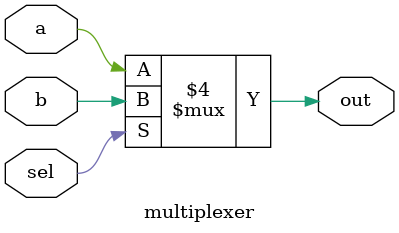
<source format=sv>
module top_module (
	input a,
	input b,
	input sel,
	output out
);

	// declare internal wire
	wire mux_out;

	// instantiate the multiplexer
	multiplexer mux (
		.a(a),
		.b(b),
		.sel(sel),
		.out(mux_out)
	);

	// assign the output of the multiplexer to the module output
	assign out = mux_out;

endmodule
module multiplexer (
	input a,
	input b,
	input sel,
	output out
);

	// logic for the multiplexer
	always @(*)
	begin
		if (sel == 1'b0)
		begin
			out = a;
		end
		else
		begin
			out = b;
		end
	end

endmodule

</source>
